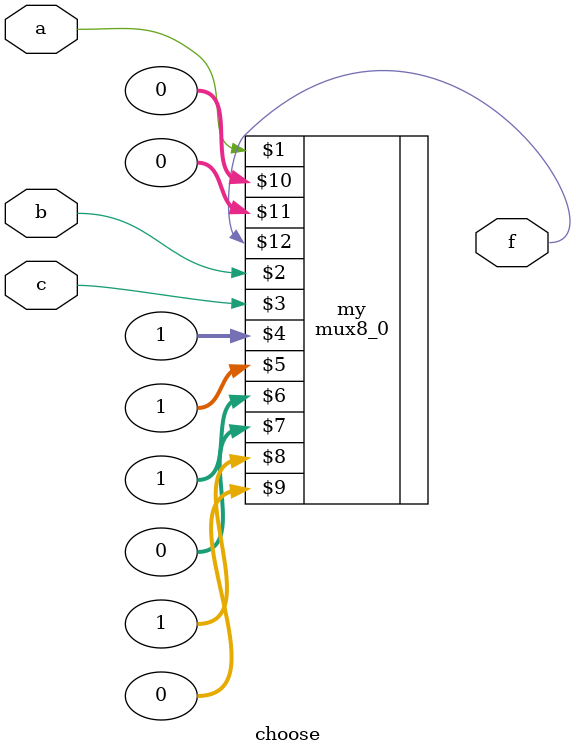
<source format=v>
`timescale 1ns / 1ps


module choose(input a,input b,
input c,output f);
//wire i0,i1,i2,i3,i4,i5,i6,i7;
//initial
//begin
//i0=1;i1=1;i2=1;i4=1;
//i3=0;i5=0;i6=0;i7=0;
//end
mux8_0 my(a,b,c,1,1,1,0,1,0,0,0,f);

endmodule

</source>
